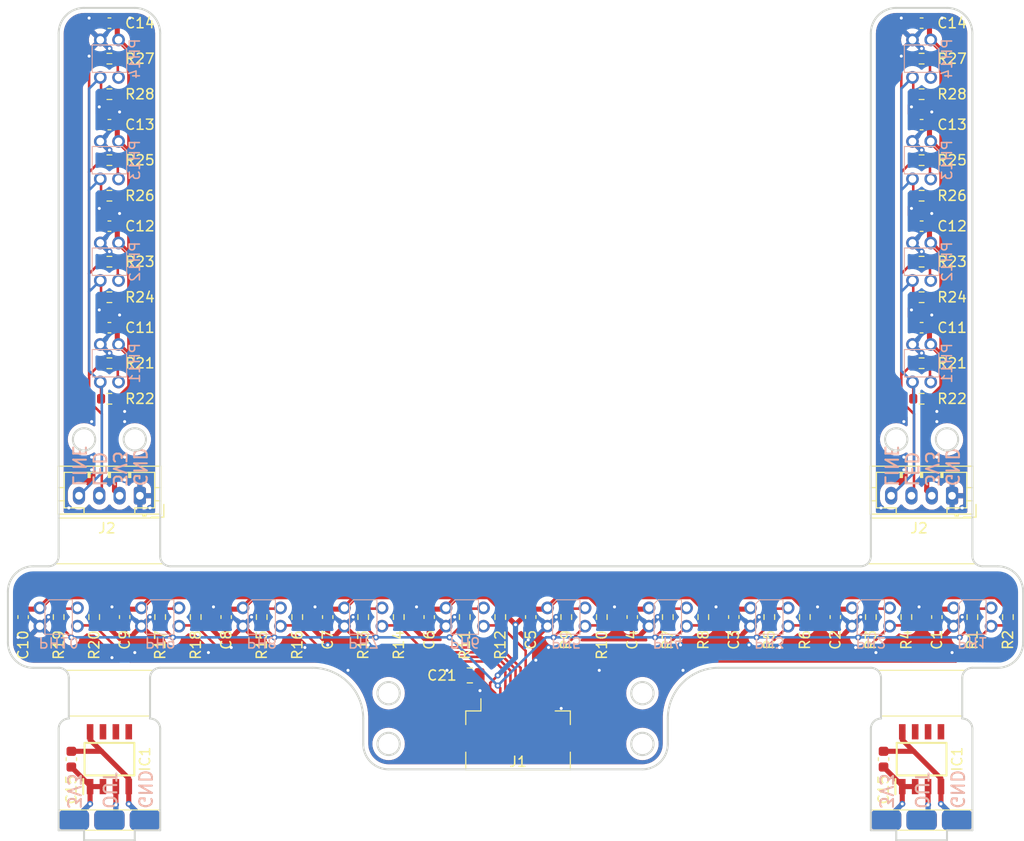
<source format=kicad_pcb>
(kicad_pcb (version 20240108) (generator "pcbnew") (generator_version "8.0")
  (layers (0 "F.Cu" signal) (31 "B.Cu" signal) (34 "B.Paste" user) (35 "F.Paste" user) (36 "B.SilkS" user "B.Silkscreen") (37 "F.SilkS" user "F.Silkscreen") (38 "B.Mask" user) (39 "F.Mask" user) (44 "Edge.Cuts" user))
  (net 0 "")
  (net 1 "+3V3")
  (net 2 "GND")
  (net 3 "LINE_3")
  (net 4 "LINE_6")
  (net 5 "LINE_5")
  (net 6 "LINE_10")
  (net 7 "LINE_8")
  (net 8 "LINE_7")
  (net 9 "LINE_9")
  (net 10 "LINE_4")
  (net 11 "Net-(PH1-K)")
  (net 12 "Net-(PH2-K)")
  (net 13 "Net-(PH3-K)")
  (net 14 "Net-(PH4-K)")
  (net 15 "Net-(PH5-K)")
  (net 16 "Net-(PH6-K)")
  (net 17 "Net-(PH7-K)")
  (net 18 "LINE_1")
  (net 19 "LED")
  (net 20 "Net-(PH8-K)")
  (net 21 "LINE_2")
  (net 22 "Net-(PH9-K)")
  (net 23 "Net-(PH10-K)")
  (net 24 "Net-(PH11-K)")
  (net 25 "Net-(PH12-K)")
  (net 26 "Net-(PH13-K)")
  (net 27 "Net-(PH14-K)")
  (net 28 "LINE")
  (net 29 "Net-(IC1-OUT)")
  (footprint "Resistor_SMD:R_0603_1608Metric" (layer "F.Cu") (at 125 95 90)
    (property "Reference" "R15")
    (property "Value" "100")
  )
  (footprint "Resistor_SMD:R_0603_1608Metric" (layer "F.Cu") (at 110 60)
    (property "Reference" "R23")
    (property "Value" "100")
  )
  (footprint "Resistor_SMD:R_0603_1608Metric" (layer "F.Cu") (at 145 95 90)
    (property "Reference" "R11")
    (property "Value" "100")
  )
  (footprint "Resistor_SMD:R_0603_1608Metric" (layer "F.Cu") (at 110 43.5 180)
    (property "Reference" "R28")
    (property "Value" "10k")
  )
  (footprint "Resistor_SMD:R_0603_1608Metric" (layer "F.Cu") (at 105 95 90)
    (property "Reference" "R19")
    (property "Value" "100")
  )
  (footprint "Capacitor_SMD:C_0603_1608Metric" (layer "F.Cu") (at 110 56.5 180)
    (property "Reference" "C12")
    (property "Value" "0.1f")
  )
  (footprint "Resistor_SMD:R_0603_1608Metric" (layer "F.Cu") (at 190 63.5 180)
    (property "Reference" "R24")
    (property "Value" "10k")
  )
  (footprint "Resistor_SMD:R_0603_1608Metric" (layer "F.Cu") (at 115 95 90)
    (property "Reference" "R17")
    (property "Value" "100")
  )
  (footprint "Resistor_SMD:R_0603_1608Metric" (layer "F.Cu") (at 190 53.5 180)
    (property "Reference" "R26")
    (property "Value" "10k")
  )
  (footprint "Resistor_SMD:R_0603_1608Metric" (layer "F.Cu") (at 190 50)
    (property "Reference" "R25")
    (property "Value" "100")
  )
  (footprint "Capacitor_SMD:C_0603_1608Metric" (layer "F.Cu") (at 161.5 95 -90)
    (property "Reference" "C4")
    (property "Value" "0.1f")
  )
  (footprint "Resistor_SMD:R_0603_1608Metric" (layer "F.Cu") (at 190 70)
    (property "Reference" "R21")
    (property "Value" "100")
  )
  (footprint "Resistor_SMD:R_0603_1608Metric" (layer "F.Cu") (at 195 95 90)
    (property "Reference" "R1")
    (property "Value" "100")
  )
  (footprint "Capacitor_SMD:C_0603_1608Metric" (layer "F.Cu") (at 190 36.5 180)
    (property "Reference" "C14")
    (property "Value" "0.1f")
  )
  (footprint "Resistor_SMD:R_0603_1608Metric" (layer "F.Cu") (at 110 53.5 180)
    (property "Reference" "R26")
    (property "Value" "10k")
  )
  (footprint "Resistor_SMD:R_0603_1608Metric" (layer "F.Cu") (at 185 95 90)
    (property "Reference" "R3")
    (property "Value" "100")
  )
  (footprint "Connector_JST:JST_PH_B4B-PH-K_1x04_P2.00mm_Vertical" (layer "F.Cu") (at 193 83.05 180)
    (property "Reference" "J2")
    (property "Value" "Conn_01x04")
  )
  (footprint "Capacitor_SMD:C_0603_1608Metric" (layer "F.Cu") (at 110 46.5 180)
    (property "Reference" "C13")
    (property "Value" "0.1f")
  )
  (footprint "Capacitor_SMD:C_0603_1608Metric" (layer "F.Cu") (at 110 66.5 180)
    (property "Reference" "C11")
    (property "Value" "0.1f")
  )
  (footprint "Resistor_SMD:R_0603_1608Metric" (layer "F.Cu") (at 110 73.5 180)
    (property "Reference" "R22")
    (property "Value" "10k")
  )
  (footprint "Capacitor_SMD:C_0603_1608Metric" (layer "F.Cu") (at 110 36.5 180)
    (property "Reference" "C14")
    (property "Value" "0.1f")
  )
  (footprint "Capacitor_SMD:C_0603_1608Metric" (layer "F.Cu") (at 131.5 95 -90)
    (property "Reference" "C7")
    (property "Value" "0.1f")
  )
  (footprint "Capacitor_SMD:C_0603_1608Metric" (layer "F.Cu") (at 101.5 95 -90)
    (property "Reference" "C10")
    (property "Value" "0.1f")
  )
  (footprint "Resistor_SMD:R_0603_1608Metric" (layer "F.Cu") (at 118.5 95 -90)
    (property "Reference" "R18")
    (property "Value" "10k")
  )
  (footprint "Resistor_SMD:R_0603_1608Metric" (layer "F.Cu") (at 108.5 95 -90)
    (property "Reference" "R20")
    (property "Value" "10k")
  )
  (footprint "Capacitor_SMD:C_0603_1608Metric" (layer "F.Cu") (at 106.25 109 90)
    (property "Reference" "C15")
    (property "Value" "0.1f")
  )
  (footprint "Resistor_SMD:R_0603_1608Metric" (layer "F.Cu") (at 168.5 95 -90)
    (property "Reference" "R8")
    (property "Value" "10k")
  )
  (footprint "Resistor_SMD:R_0603_1608Metric" (layer "F.Cu") (at 188.5 95 -90)
    (property "Reference" "R4")
    (property "Value" "10k")
  )
  (footprint "Resistor_SMD:R_0603_1608Metric" (layer "F.Cu") (at 175 95 90)
    (property "Reference" "R5")
    (property "Value" "100")
  )
  (footprint "Resistor_SMD:R_0603_1608Metric" (layer "F.Cu") (at 135 95 90)
    (property "Reference" "R13")
    (property "Value" "100")
  )
  (footprint "Capacitor_SMD:C_0603_1608Metric" (layer "F.Cu") (at 181.5 95 -90)
    (property "Reference" "C2")
    (property "Value" "0.1f")
  )
  (footprint "Resistor_SMD:R_0603_1608Metric" (layer "F.Cu") (at 110 50)
    (property "Reference" "R25")
    (property "Value" "100")
  )
  (footprint "Connector_FFC-FPC:Hirose_FH12-14S-0.5SH_1x14-1MP_P0.50mm_Horizontal" (layer "F.Cu") (at 150.250001 105.55)
    (property "Reference" "J1")
    (property "Value" "Conn_01x14")
  )
  (footprint "Resistor_SMD:R_0603_1608Metric" (layer "F.Cu") (at 138.5 95 -90)
    (property "Reference" "R14")
    (property "Value" "10k")
  )
  (footprint "Capacitor_SMD:C_0603_1608Metric" (layer "F.Cu") (at 151.5 95 -90)
    (property "Reference" "C5")
    (property "Value" "0.1f")
  )
  (footprint "Resistor_SMD:R_0603_1608Metric" (layer "F.Cu") (at 158.5 95 -90)
    (property "Reference" "R10")
    (property "Value" "10k")
  )
  (footprint "Capacitor_SMD:C_0603_1608Metric" (layer "F.Cu") (at 190 66.5 180)
    (property "Reference" "C11")
    (property "Value" "0.1f")
  )
  (footprint "Resistor_SMD:R_0603_1608Metric" (layer "F.Cu") (at 110 63.5 180)
    (property "Reference" "R24")
    (property "Value" "10k")
  )
  (footprint "Capacitor_SMD:C_0603_1608Metric" (layer "F.Cu") (at 190 56.5 180)
    (property "Reference" "C12")
    (property "Value" "0.1f")
  )
  (footprint "Capacitor_SMD:C_0603_1608Metric" (layer "F.Cu") (at 191.5 95 -90)
    (property "Reference" "C1")
    (property "Value" "0.1f")
  )
  (footprint "AS5600-ASOT:SOIC127P600X175-8N" (layer "F.Cu") (at 190 109 90)
    (property "Reference" "IC1")
    (property "Value" "AS5600-ASOT")
  )
  (footprint "Resistor_SMD:R_0603_1608Metric" (layer "F.Cu") (at 190 60)
    (property "Reference" "R23")
    (property "Value" "100")
  )
  (footprint "Resistor_SMD:R_0603_1608Metric" (layer "F.Cu") (at 110 40)
    (property "Reference" "R27")
    (property "Value" "100")
  )
  (footprint "Resistor_SMD:R_0603_1608Metric" (layer "F.Cu") (at 165 95 90)
    (property "Reference" "R7")
    (property "Value" "100")
  )
  (footprint "Library:encoder" (layer "F.Cu") (at 110 114 180)
    (property "Reference" "U1" (hide yes))
    (property "Value" "encoder")
  )
  (footprint "Resistor_SMD:R_0603_1608Metric" (layer "F.Cu") (at 190 40)
    (property "Reference" "R27")
    (property "Value" "100")
  )
  (footprint "Library:encoder" (layer "F.Cu") (at 190 114 180)
    (property "Reference" "U1" (hide yes))
    (property "Value" "encoder")
  )
  (footprint "Capacitor_SMD:C_0603_1608Metric" (layer "F.Cu") (at 141.5 95 -90)
    (property "Reference" "C6")
    (property "Value" "0.1f")
  )
  (footprint "Connector_JST:JST_PH_B4B-PH-K_1x04_P2.00mm_Vertical" (layer "F.Cu") (at 113 83.05 180)
    (property "Reference" "J2")
    (property "Value" "Conn_01x04")
  )
  (footprint "AS5600-ASOT:SOIC127P600X175-8N" (layer "F.Cu") (at 110 109 90)
    (property "Reference" "IC1")
    (property "Value" "AS5600-ASOT")
  )
  (footprint "Capacitor_SMD:C_0603_1608Metric" (layer "F.Cu") (at 121.5 95 -90)
    (property "Reference" "C8")
    (property "Value" "0.1f")
  )
  (footprint "Resistor_SMD:R_0603_1608Metric" (layer "F.Cu") (at 128.5 95 -90)
    (property "Reference" "R16")
    (property "Value" "10k")
  )
  (footprint "Capacitor_SMD:C_0805_2012Metric" (layer "F.Cu") (at 145.5 100.75 180)
    (property "Reference" "C21")
    (property "Value" "0.1f")
  )
  (footprint "Resistor_SMD:R_0603_1608Metric" (layer "F.Cu") (at 190 43.5 180)
    (property "Reference" "R28")
    (property "Value" "10k")
  )
  (footprint "Resistor_SMD:R_0603_1608Metric" (layer "F.Cu") (at 148.5 95 -90)
    (property "Reference" "R12")
    (property "Value" "10k")
  )
  (footprint "Capacitor_SMD:C_0603_1608Metric" (layer "F.Cu") (at 111.5 95 -90)
    (property "Reference" "C9")
    (property "Value" "0.1f")
  )
  (footprint "Resistor_SMD:R_0603_1608Metric" (layer "F.Cu") (at 178.5 95 -90)
    (property "Reference" "R6")
    (property "Value" "10k")
  )
  (footprint "Capacitor_SMD:C_0603_1608Metric" (layer "F.Cu") (at 190 46.5 180)
    (property "Reference" "C13")
    (property "Value" "0.1f")
  )
  (footprint "Resistor_SMD:R_0603_1608Metric" (layer "F.Cu") (at 190 73.5 180)
    (property "Reference" "R22")
    (property "Value" "10k")
  )
  (footprint "Resistor_SMD:R_0603_1608Metric" (layer "F.Cu") (at 198.5 95 -90)
    (property "Reference" "R2")
    (property "Value" "10k")
  )
  (footprint "Resistor_SMD:R_0603_1608Metric" (layer "F.Cu") (at 110 70)
    (property "Reference" "R21")
    (property "Value" "100")
  )
  (footprint "Capacitor_SMD:C_0603_1608Metric" (layer "F.Cu") (at 171.5 95 -90)
    (property "Reference" "C3")
    (property "Value" "0.1f")
  )
  (footprint "Capacitor_SMD:C_0603_1608Metric" (layer "F.Cu") (at 186.25 109 90)
    (property "Reference" "C15")
    (property "Value" "0.1f")
  )
  (footprint "Resistor_SMD:R_0603_1608Metric" (layer "F.Cu") (at 155 95 90)
    (property "Reference" "R9")
    (property "Value" "100")
  )
  (footprint "photo:LBR-123F" (layer "B.Cu") (at 110 60 -90)
    (property "Reference" "PH12")
    (property "Value" "LBR-123F")
  )
  (footprint "photo:LBR-123F" (layer "B.Cu") (at 145 95)
    (property "Reference" "PH6")
    (property "Value" "LBR-123F")
  )
  (footprint "photo:LBR-123F" (layer "B.Cu") (at 190 60 -90)
    (property "Reference" "PH12")
    (property "Value" "LBR-123F")
  )
  (footprint "photo:LBR-123F" (layer "B.Cu") (at 110 70 -90)
    (property "Reference" "PH11")
    (property "Value" "LBR-123F")
  )
  (footprint "photo:LBR-123F" (layer "B.Cu") (at 110 40 -90)
    (property "Reference" "PH14")
    (property "Value" "LBR-123F")
  )
  (footprint "photo:LBR-123F" (layer "B.Cu") (at 190 40 -90)
    (property "Reference" "PH14")
    (property "Value" "LBR-123F")
  )
  (footprint "photo:LBR-123F" (layer "B.Cu") (at 135 95)
    (property "Reference" "PH7")
    (property "Value" "LBR-123F")
  )
  (footprint "photo:LBR-123F" (layer "B.Cu") (at 165 95)
    (property "Reference" "PH4")
    (property "Value" "LBR-123F")
  )
  (footprint "photo:LBR-123F" (layer "B.Cu") (at 155 95)
    (property "Reference" "PH5")
    (property "Value" "LBR-123F")
  )
  (footprint "photo:LBR-123F" (layer "B.Cu") (at 190 50 -90)
    (property "Reference" "PH13")
    (property "Value" "LBR-123F")
  )
  (footprint "photo:LBR-123F" (layer "B.Cu") (at 125 95)
    (property "Reference" "PH8")
    (property "Value" "LBR-123F")
  )
  (footprint "photo:LBR-123F" (layer "B.Cu") (at 175 95)
    (property "Reference" "PH3")
    (property "Value" "LBR-123F")
  )
  (footprint "photo:LBR-123F" (layer "B.Cu") (at 115 95)
    (property "Reference" "PH9")
    (property "Value" "LBR-123F")
  )
  (footprint "photo:LBR-123F" (layer "B.Cu") (at 105 95)
    (property "Reference" "PH10")
    (property "Value" "LBR-123F")
  )
  (footprint "photo:LBR-123F" (layer "B.Cu") (at 190 70 -90)
    (property "Reference" "PH11")
    (property "Value" "LBR-123F")
  )
  (footprint "photo:LBR-123F" (layer "B.Cu") (at 110 50 -90)
    (property "Reference" "PH13")
    (property "Value" "LBR-123F")
  )
  (footprint "photo:LBR-123F" (layer "B.Cu") (at 195 95)
    (property "Reference" "PH1")
    (property "Value" "LBR-123F")
  )
  (footprint "photo:LBR-123F" (layer "B.Cu") (at 185 95)
    (property "Reference" "PH2")
    (property "Value" "LBR-123F")
  )
  (gr_line (start 114.000001 104.75) (end 106.000001 104.75) (stroke (width 0.1)) (layer "F.SilkS"))
  (gr_line (start 194.250001 100.25) (end 185.750001 100.25) (stroke (width 0.1)) (layer "F.SilkS"))
  (gr_line (start 115.25 89.75) (end 104.75 89.75) (stroke (width 0.1)) (layer "F.SilkS"))
  (gr_line (start 195.25 89.75) (end 184.75 89.75) (stroke (width 0.1)) (layer "F.SilkS"))
  (gr_line (start 114.250001 100.25) (end 105.750001 100.25) (stroke (width 0.1)) (layer "F.SilkS"))
  (gr_line (start 105 85.25) (end 115 85.25) (stroke (width 0.1)) (layer "F.SilkS"))
  (gr_line (start 194.000001 104.75) (end 186.000001 104.75) (stroke (width 0.1)) (layer "F.SilkS"))
  (gr_line (start 195 85.25) (end 185 85.25) (stroke (width 0.1)) (layer "F.SilkS"))
  (gr_line (start 170 99.999999) (end 184.999997 99.999999) (stroke (width 0.2)) (layer "Edge.Cuts"))
  (gr_circle (center 192.5 77.499999) (end 191.4 77.499999) (stroke (width 0.2)) (fill none) (layer "Edge.Cuts"))
  (gr_arc (start 112.5 34.999999) (mid 114.267766 35.732232) (end 115 37.499999) (stroke (width 0.2)) (layer "Edge.Cuts"))
  (gr_line (start 195 115.999999) (end 195 105.999998) (stroke (width 0.2)) (layer "Edge.Cuts"))
  (gr_circle (center 187.5 77.499999) (end 186.4 77.499999) (stroke (width 0.2)) (fill none) (layer "Edge.Cuts"))
  (gr_line (start 102.5 99.999999) (end 105 99.999999) (stroke (width 0.2)) (layer "Edge.Cuts"))
  (gr_line (start 115 88.999999) (end 115 37.499999) (stroke (width 0.2)) (layer "Edge.Cuts"))
  (gr_line (start 112.5 116.999999) (end 112.5 115.999999) (stroke (width 0.2)) (layer "Edge.Cuts"))
  (gr_arc (start 105 37.499999) (mid 105.732233 35.732232) (end 107.5 34.999999) (stroke (width 0.2)) (layer "Edge.Cuts"))
  (gr_arc (start 165 104.999998) (mid 166.464467 101.464465) (end 170 99.999999) (stroke (width 0.2)) (layer "Edge.Cuts"))
  (gr_circle (center 137.5 102.499999) (end 136.4 102.499999) (stroke (width 0.2)) (fill none) (layer "Edge.Cuts"))
  (gr_arc (start 195.999999 89.999999) (mid 195.292893 89.707106) (end 195 89) (stroke (width 0.2)) (layer "Edge.Cuts"))
  (gr_line (start 187.5 115.999999) (end 187.5 116.999999) (stroke (width 0.2)) (layer "Edge.Cuts"))
  (gr_line (start 107.5 116.999999) (end 112.5 116.999999) (stroke (width 0.2)) (layer "Edge.Cuts"))
  (gr_arc (start 185 105.999997) (mid 185.292894 105.292892) (end 186 104.999999) (stroke (width 0.2)) (layer "Edge.Cuts"))
  (gr_line (start 165 107.499999) (end 165 104.999998) (stroke (width 0.2)) (layer "Edge.Cuts"))
  (gr_line (start 197.500001 89.999999) (end 195.999999 89.999999) (stroke (width 0.2)) (layer "Edge.Cuts"))
  (gr_line (start 112.5 115.999999) (end 115 115.999999) (stroke (width 0.2)) (layer "Edge.Cuts"))
  (gr_arc (start 130 99.999999) (mid 133.535533 101.464465) (end 135 104.999999) (stroke (width 0.2)) (layer "Edge.Cuts"))
  (gr_circle (center 162.5 102.499999) (end 161.4 102.499999) (stroke (width 0.2)) (fill none) (layer "Edge.Cuts"))
  (gr_line (start 114 105) (end 113.999999 100.999999) (stroke (width 0.2)) (layer "Edge.Cuts"))
  (gr_line (start 112.5 34.999999) (end 107.5 34.999999) (stroke (width 0.2)) (layer "Edge.Cuts"))
  (gr_arc (start 105 99.999999) (mid 105.707106 100.292893) (end 106 100.999999) (stroke (width 0.2)) (layer "Edge.Cuts"))
  (gr_line (start 105 105.999999) (end 105 115.999999) (stroke (width 0.2)) (layer "Edge.Cuts"))
  (gr_circle (center 107.5 77.499999) (end 106.4 77.499999) (stroke (width 0.2)) (fill none) (layer "Edge.Cuts"))
  (gr_line (start 100 92.499999) (end 100 97.499999) (stroke (width 0.2)) (layer "Edge.Cuts"))
  (gr_arc (start 137.5 109.999999) (mid 135.732232 109.267766) (end 135 107.499999) (stroke (width 0.2)) (layer "Edge.Cuts"))
  (gr_arc (start 100 92.499999) (mid 100.732233 90.732232) (end 102.5 89.999999) (stroke (width 0.2)) (layer "Edge.Cuts"))
  (gr_arc (start 184.999997 99.999999) (mid 185.707106 100.292893) (end 186.000001 101.000002) (stroke (width 0.2)) (layer "Edge.Cuts"))
  (gr_arc (start 113.999999 100.999999) (mid 114.292893 100.292892) (end 115 99.999999) (stroke (width 0.2)) (layer "Edge.Cuts"))
  (gr_arc (start 105 88.999999) (mid 104.707107 89.707106) (end 104 89.999999) (stroke (width 0.2)) (layer "Edge.Cuts"))
  (gr_line (start 115 115.999999) (end 115 105.999999) (stroke (width 0.2)) (layer "Edge.Cuts"))
  (gr_arc (start 102.5 99.999999) (mid 100.732232 99.267766) (end 100 97.499999) (stroke (width 0.2)) (layer "Edge.Cuts"))
  (gr_line (start 185 115.999999) (end 187.5 115.999999) (stroke (width 0.2)) (layer "Edge.Cuts"))
  (gr_line (start 186.000001 101.000002) (end 186 104.999999) (stroke (width 0.2)) (layer "Edge.Cuts"))
  (gr_arc (start 114 105) (mid 114.707105 105.292893) (end 115 105.999999) (stroke (width 0.2)) (layer "Edge.Cuts"))
  (gr_arc (start 197.500001 89.999999) (mid 199.267767 90.732233) (end 200 92.5) (stroke (width 0.2)) (layer "Edge.Cuts"))
  (gr_line (start 192.5 115.999999) (end 195 115.999999) (stroke (width 0.2)) (layer "Edge.Cuts"))
  (gr_circle (center 137.5 107.499999) (end 136.4 107.499999) (stroke (width 0.2)) (fill none) (layer "Edge.Cuts"))
  (gr_arc (start 105 105.999999) (mid 105.292893 105.292893) (end 106 105) (stroke (width 0.2)) (layer "Edge.Cuts"))
  (gr_line (start 106 100.999999) (end 105.999999 100.999999) (stroke (width 0.2)) (layer "Edge.Cuts"))
  (gr_line (start 107.5 115.999999) (end 107.5 116.999999) (stroke (width 0.2)) (layer "Edge.Cuts"))
  (gr_line (start 187.5 116.999999) (end 192.5 116.999999) (stroke (width 0.2)) (layer "Edge.Cuts"))
  (gr_arc (start 194.000001 100.999997) (mid 194.292894 100.292893) (end 194.999999 99.999999) (stroke (width 0.2)) (layer "Edge.Cuts"))
  (gr_arc (start 200 97.499999) (mid 199.267767 99.267766) (end 197.5 99.999999) (stroke (width 0.2)) (layer "Edge.Cuts"))
  (gr_line (start 115 99.999999) (end 130 99.999999) (stroke (width 0.2)) (layer "Edge.Cuts"))
  (gr_line (start 135 104.999999) (end 135 107.499999) (stroke (width 0.2)) (layer "Edge.Cuts"))
  (gr_line (start 105 115.999999) (end 107.5 115.999999) (stroke (width 0.2)) (layer "Edge.Cuts"))
  (gr_line (start 185 105.999997) (end 185 115.999999) (stroke (width 0.2)) (layer "Edge.Cuts"))
  (gr_arc (start 194 105.000001) (mid 194.707104 105.292894) (end 195 105.999998) (stroke (width 0.2)) (layer "Edge.Cuts"))
  (gr_circle (center 112.5 77.499999) (end 111.4 77.499999) (stroke (width 0.2)) (fill none) (layer "Edge.Cuts"))
  (gr_arc (start 185 37.499999) (mid 185.732233 35.732233) (end 187.499999 34.999999) (stroke (width 0.2)) (layer "Edge.Cuts"))
  (gr_line (start 195 89) (end 195 37.5) (stroke (width 0.2)) (layer "Edge.Cuts"))
  (gr_line (start 194.999999 99.999999) (end 197.5 99.999999) (stroke (width 0.2)) (layer "Edge.Cuts"))
  (gr_arc (start 185 89) (mid 184.707107 89.707106) (end 184.000001 89.999999) (stroke (width 0.2)) (layer "Edge.Cuts"))
  (gr_line (start 137.5 109.999999) (end 162.5 109.999999) (stroke (width 0.2)) (layer "Edge.Cuts"))
  (gr_arc (start 116 89.999999) (mid 115.292893 89.707106) (end 115 88.999999) (stroke (width 0.2)) (layer "Edge.Cuts"))
  (gr_line (start 105 37.499999) (end 105 88.999999) (stroke (width 0.2)) (layer "Edge.Cuts"))
  (gr_line (start 185 37.499999) (end 185 89) (stroke (width 0.2)) (layer "Edge.Cuts"))
  (gr_line (start 194 105.000001) (end 194.000001 100.999997) (stroke (width 0.2)) (layer "Edge.Cuts"))
  (gr_circle (center 162.5 107.499999) (end 161.4 107.499999) (stroke (width 0.2)) (fill none) (layer "Edge.Cuts"))
  (gr_line (start 192.500001 34.999999) (end 187.499999 34.999999) (stroke (width 0.2)) (layer "Edge.Cuts"))
  (gr_line (start 104 89.999999) (end 102.5 89.999999) (stroke (width 0.2)) (layer "Edge.Cuts"))
  (gr_arc (start 165 107.499999) (mid 164.267767 109.267766) (end 162.5 109.999999) (stroke (width 0.2)) (layer "Edge.Cuts"))
  (gr_line (start 200 97.499999) (end 200 92.5) (stroke (width 0.2)) (layer "Edge.Cuts"))
  (gr_arc (start 192.500001 34.999999) (mid 194.267767 35.732233) (end 195 37.5) (stroke (width 0.2)) (layer "Edge.Cuts"))
  (gr_line (start 105.999999 100.999999) (end 106 105) (stroke (width 0.2)) (layer "Edge.Cuts"))
  (gr_line (start 192.5 116.999999) (end 192.5 115.999999) (stroke (width 0.2)) (layer "Edge.Cuts"))
  (gr_line (start 184.000001 89.999999) (end 116 89.999999) (stroke (width 0.2)) (layer "Edge.Cuts"))
  (gr_text "GND" (at 193 82.25 270) (layer "B.SilkS") (effects (font (size 1.25 1.25) (thickness 0.2)) (justify left mirror)))
  (gr_text "GND" (at 113.5 114 270) (layer "B.SilkS") (effects (font (size 1.25 1.25) (thickness 0.2)) (justify left mirror)))
  (gr_text "GND" (at 193.5 114 270) (layer "B.SilkS") (effects (font (size 1.25 1.25) (thickness 0.2)) (justify left mirror)))
  (gr_text "3V3" (at 186.5 114 270) (layer "B.SilkS") (effects (font (size 1.25 1.25) (thickness 0.2)) (justify left mirror)))
  (gr_text "3V3" (at 106.5 114 270) (layer "B.SilkS") (effects (font (size 1.25 1.25) (thickness 0.2)) (justify left mirror)))
  (gr_text "3V3" (at 111 82.25 270) (layer "B.SilkS") (effects (font (size 1.25 1.25) (thickness 0.2)) (justify left mirror)))
  (gr_text "LED" (at 189 82.25 270) (layer "B.SilkS") (effects (font (size 1.25 1.25) (thickness 0.2)) (justify left mirror)))
  (gr_text "LINE" (at 107 82.25 270) (layer "B.SilkS") (effects (font (size 1.25 1.25) (thickness 0.2)) (justify left mirror)))
  (gr_text "OUT" (at 110 114 270) (layer "B.SilkS") (effects (font (size 1.25 1.25) (thickness 0.2)) (justify left mirror)))
  (gr_text "3V3" (at 191 82.25 270) (layer "B.SilkS") (effects (font (size 1.25 1.25) (thickness 0.2)) (justify left mirror)))
  (gr_text "GND" (at 113 82.25 270) (layer "B.SilkS") (effects (font (size 1.25 1.25) (thickness 0.2)) (justify left mirror)))
  (gr_text "OUT" (at 190 114 270) (layer "B.SilkS") (effects (font (size 1.25 1.25) (thickness 0.2)) (justify left mirror)))
  (gr_text "LINE" (at 187 82.25 270) (layer "B.SilkS") (effects (font (size 1.25 1.25) (thickness 0.2)) (justify left mirror)))
  (gr_text "LED" (at 109 82.25 270) (layer "B.SilkS") (effects (font (size 1.25 1.25) (thickness 0.2)) (justify left mirror)))
  (segment (start 114.25 93) (end 109.675 93) (width 0.5) (layer "F.Cu") (net 1))
  (segment (start 160.275 93) (end 161.5 94.225) (width 0.5) (layer "F.Cu") (net 1))
  (segment (start 193.025 94.225) (end 193.15 94.1) (width 0.5) (layer "F.Cu") (net 1))
  (segment (start 143.025 94.225) (end 143.15 94.1) (width 0.5) (layer "F.Cu") (net 1))
  (segment (start 189.365 111.7) (end 188.095 111.7) (width 0.5) (layer "F.Cu") (net 1))
  (segment (start 171.5 94.225) (end 173.025 94.225) (width 0.5) (layer "F.Cu") (net 1))
  (segment (start 197.325 93) (end 190.275 93) (width 0.5) (layer "F.Cu") (net 1))
  (segment (start 157.325 93) (end 160.275 93) (width 0.5) (layer "F.Cu") (net 1))
  (segment (start 192 69.25) (end 192 64.675) (width 0.5) (layer "F.Cu") (net 1))
  (segment (start 144.25 93) (end 147.325 93) (width 0.5) (layer "F.Cu") (net 1))
  (segment (start 190.775 38.025) (end 190.9 38.15) (width 0.5) (layer "F.Cu") (net 1))
  (segment (start 192 49.25) (end 192 44.675) (width 0.5) (layer "F.Cu") (net 1))
  (segment (start 143.15 94.1) (end 144.25 93) (width 0.5) (layer "F.Cu") (net 1))
  (segment (start 110.775 68.025) (end 110.9 68.15) (width 0.5) (layer "F.Cu") (net 1))
  (segment (start 110.9 58.15) (end 112 59.25) (width 0.5) (layer "F.Cu") (net 1))
  (segment (start 173.025 94.225) (end 173.15 94.1) (width 0.5) (layer "F.Cu") (net 1))
  (segment (start 191.5 94.225) (end 193.025 94.225) (width 0.5) (layer "F.Cu") (net 1))
  (segment (start 151.5 94.225) (end 153.025 94.225) (width 0.5) (layer "F.Cu") (net 1))
  (segment (start 148.25 100.75) (end 147.5 101.5) (width 0.25) (layer "F.Cu") (net 1))
  (segment (start 188.095 111.7) (end 188.095 111.62) (width 0.5) (layer "F.Cu") (net 1))
  (segment (start 112 59.25) (end 112 54.675) (width 0.5) (layer "F.Cu") (net 1))
  (segment (start 123.025 94.225) (end 123.15 94.1) (width 0.5) (layer "F.Cu") (net 1))
  (segment (start 163.025 94.225) (end 163.15 94.1) (width 0.5) (layer "F.Cu") (net 1))
  (segment (start 109.675 93) (end 108.5 94.175) (width 0.5) (layer "F.Cu") (net 1))
  (segment (start 192 72.325) (end 190.825 73.5) (width 0.5) (layer "F.Cu") (net 1))
  (segment (start 124.25 93) (end 119.675 93) (width 0.5) (layer "F.Cu") (net 1))
  (segment (start 110.775 46.5) (end 110.775 48.025) (width 0.5) (layer "F.Cu") (net 1))
  (segment (start 101.5 94.225) (end 103.025 94.225) (width 0.5) (layer "F.Cu") (net 1))
  (segment (start 123.15 94.1) (end 124.25 93) (width 0.5) (layer "F.Cu") (net 1))
  (segment (start 112 54.675) (end 110.825 53.5) (width 0.5) (layer "F.Cu") (net 1))
  (segment (start 134.25 93) (end 129.675 93) (width 0.5) (layer "F.Cu") (net 1))
  (segment (start 188.5 94.175) (end 187.325 93) (width 0.5) (layer "F.Cu") (net 1))
  (segment (start 110.5 82.55) (end 111 83.05) (width 0.5) (layer "F.Cu") (net 1))
  (segment (start 110.5 73.825) (end 110.5 82.55) (width 0.5) (layer "F.Cu") (net 1))
  (segment (start 133.15 94.1) (end 134.25 93) (width 0.5) (layer "F.Cu") (net 1))
  (segment (start 151.5 94.25) (end 151.5 94.225) (width 0.5) (layer "F.Cu") (net 1))
  (segment (start 190.775 66.5) (end 190.775 68.025) (width 0.5) (layer "F.Cu") (net 1))
  (segment (start 110.9 48.15) (end 112 49.25) (width 0.5) (layer "F.Cu") (net 1))
  (segment (start 146.45 100.95) (end 146.45 100.75) (width 0.25) (layer "F.Cu") (net 1))
  (segment (start 108.095 111.7) (end 108.095 111.62) (width 0.5) (layer "F.Cu") (net 1))
  (segment (start 150 95.75) (end 148.5 94.25) (width 0.5) (layer "F.Cu") (net 1))
  (segment (start 108.095 111.62) (end 106.25 109.775) (width 0.5) (layer "F.Cu") (net 1))
  (segment (start 124.25 93) (end 129.675 93) (width 0.5) (layer "F.Cu") (net 1))
  (segment (start 112 49.25) (end 112 44.675) (width 0.5) (layer "F.Cu") (net 1))
  (segment (start 103.025 94.225) (end 103.15 94.1) (width 0.5) (layer "F.Cu") (net 1))
  (segment (start 190.775 36.5) (end 190.775 38.025) (width 0.5) (layer "F.Cu") (net 1))
  (segment (start 190.5 82.55) (end 191 83.05) (width 0.5) (layer "F.Cu") (net 1))
  (segment (start 148.5 94.25) (end 148.5 94.175) (width 0.5) (layer "F.Cu") (net 1))
  (segment (start 147.325 93) (end 148.5 94.175) (width 0.5) (layer "F.Cu") (net 1))
  (segment (start 110.775 48.025) (end 110.9 48.15) (width 0.5) (layer "F.Cu") (net 1))
  (segment (start 177.325 93) (end 180.275 93) (width 0.5) (layer "F.Cu") (net 1))
  (segment (start 108.095 113.405) (end 106.5 115) (width 0.5) (layer "F.Cu") (net 1))
  (segment (start 121.5 94.225) (end 123.025 94.225) (width 0.5) (layer "F.Cu") (net 1))
  (segment (start 190.9 68.15) (end 192 69.25) (width 0.5) (layer "F.Cu") (net 1))
  (segment (start 190.9 58.15) (end 192 59.25) (width 0.5) (layer "F.Cu") (net 1))
  (segment (start 112 39.25) (end 112 44.675) (width 0.5) (layer "F.Cu") (net 1))
  (segment (start 110.775 38.025) (end 110.9 38.15) (width 0.5) (layer "F.Cu") (net 1))
  (segment (start 150 95.75) (end 151.5 94.25) (width 0.5) (layer "F.Cu") (net 1))
  (segment (start 190.9 48.15) (end 192 49.25) (width 0.5) (layer "F.Cu") (net 1))
  (segment (start 110.775 58.025) (end 110.9 58.15) (width 0.5) (layer "F.Cu") (net 1))
  (segment (start 110.775 56.5) (end 110.775 58.025) (width 0.5) (layer "F.Cu") (net 1))
  (segment (start 108.095 111.7) (end 108.095 113.405) (width 0.5) (layer "F.Cu") (net 1))
  (segment (start 177.325 93) (end 170.275 93) (width 0.5) (layer "F.Cu") (net 1))
  (segment (start 148.000001 102.500001) (end 148.000001 103.7) (width 0.25) (layer "F.Cu") (net 1))
  (segment (start 192 54.675) (end 190.825 53.5) (width 0.5) (layer "F.Cu") (net 1))
  (segment (start 112 64.675) (end 110.825 63.5) (width 0.5) (layer "F.Cu") (net 1))
  (segment (start 157.325 93) (end 154.25 93) (width 0.5) (layer "F.Cu") (net 1))
  (segment (start 114.25 93) (end 119.675 93) (width 0.5) (layer "F.Cu") (net 1))
  (segment (start 188.095 113.405) (end 186.5 115) (width 0.5) (layer "F.Cu") (net 1))
  (segment (start 113.15 94.1) (end 114.25 93) (width 0.5) (layer "F.Cu") (net 1))
  (segment (start 147.5 101.5) (end 147.5 102) (width 0.25) (layer "F.Cu") (net 1))
  (segment (start 112 59.25) (end 112 64.675) (width 0.5) (layer "F.Cu") (net 1))
  (segment (start 112 44.675) (end 110.825 43.5) (width 0.5) (layer "F.Cu") (net 1))
  (segment (start 178.5 94.175) (end 177.325 93) (width 0.5) (layer "F.Cu") (net 1))
  (segment (start 158.5 94.175) (end 157.325 93) (width 0.5) (layer "F.Cu") (net 1))
  (segment (start 180.275 93) (end 181.5 94.225) (width 0.5) (layer "F.Cu") (net 1))
  (segment (start 154.25 93) (end 153.15 94.1) (width 0.5) (layer "F.Cu") (net 1))
  (segment (start 187.325 93) (end 190.275 93) (width 0.5) (layer "F.Cu") (net 1))
  (segment (start 112 49.25) (end 112 54.675) (width 0.5) (layer "F.Cu") (net 1))
  (segment (start 161.5 94.225) (end 163.025 94.225) (width 0.5) (layer "F.Cu") (net 1))
  (segment (start 190.775 48.025) (end 190.9 48.15) (width 0.5) (layer "F.Cu") (net 1))
  (segment (start 187.325 93) (end 180.275 93) (width 0.5) (layer "F.Cu") (net 1))
  (segment (start 192 59.25) (end 192 64.675) (width 0.5) (layer "F.Cu") (net 1))
  (segment (start 192 59.25) (end 192 54.675) (width 0.5) (layer "F.Cu") (net 1))
  (segment (start 168.5 94.175) (end 167.325 93) (width 0.5) (layer "F.Cu") (net 1))
  (segment (start 112 72.325) (end 110.825 73.5) (width 0.5) (layer "F.Cu") (net 1))
  (segment (start 139.675 93) (end 138.5 94.175) (width 0.5) (layer "F.Cu") (net 1))
  (segment (start 119.675 93) (end 118.5 94.175) (width 0.5) (layer "F.Cu") (net 1))
  (segment (start 147.5 102) (end 148.000001 102.500001) (width 0.25) (layer "F.Cu") (net 1))
  (segment (start 181.5 94.225) (end 183.025 94.225) (width 0.5) (layer "F.Cu") (net 1))
  (segment (start 192 44.675) (end 190.825 43.5) (width 0.5) (layer "F.Cu") (net 1))
  (segment (start 144.25 93) (end 139.675 93) (width 0.5) (layer "F.Cu") (net 1))
  (segment (start 183.025 94.225) (end 183.15 94.1) (width 0.5) (layer "F.Cu") (net 1))
  (segment (start 190.275 93) (end 191.5 94.225) (width 0.5) (layer "F.Cu") (net 1))
  (segment (start 190.775 68.025) (end 190.9 68.15) (width 0.5) (layer "F.Cu") (net 1))
  (segment (start 190.775 46.5) (end 190.775 48.025) (width 0.5) (layer "F.Cu") (net 1))
  (segment (start 192 39.25) (end 192 44.675) (width 0.5) (layer "F.Cu") (net 1))
  (segment (start 131.5 94.225) (end 133.025 94.225) (width 0.5) (layer "F.Cu") (net 1))
  (segment (start 188.095 111.7) (end 188.095 113.405) (width 0.5) (layer "F.Cu") (net 1))
  (segment (start 190.775 58.025) (end 190.9 58.15) (width 0.5) (layer "F.Cu") (net 1))
  (segment (start 113.025 94.225) (end 113.15 94.1) (width 0.5) (layer "F.Cu") (net 1))
  (segment (start 198.5 94.175) (end 197.325 93) (width 0.5) (layer "F.Cu") (net 1))
  (segment (start 192 49.25) (end 192 54.675) (width 0.5) (layer "F.Cu") (net 1))
  (segment (start 104.25 93) (end 109.675 93) (width 0.5) (layer "F.Cu") (net 1))
  (segment (start 192 69.25) (end 192 72.325) (width 0.5) (layer "F.Cu") (net 1))
  (segment (start 112 69.25) (end 112 64.675) (width 0.5) (layer "F.Cu") (net 1))
  (segment (start 190.775 56.5) (end 190.775 58.025) (width 0.5) (layer "F.Cu") (net 1))
  (segment (start 134.25 93) (end 139.675 93) (width 0.5) (layer "F.Cu") (net 1))
  (segment (start 153.025 94.225) (end 153.15 94.1) (width 0.5) (layer "F.Cu") (net 1))
  (segment (start 167.325 93) (end 170.275 93) (width 0.5) (layer "F.Cu") (net 1))
  (segment (start 112 69.25) (end 112 72.325) (width 0.5) (layer "F.Cu") (net 1))
  (segment (start 170.275 93) (end 171.5 94.225) (width 0.5) (layer "F.Cu") (net 1))
  (segment (start 190.5 73.825) (end 190.5 82.55) (width 0.5) (layer "F.Cu") (net 1))
  (segment (start 141.5 94.225) (end 143.025 94.225) (width 0.5) (layer "F.Cu") (net 1))
  (segment (start 167.325 93) (end 160.275 93) (width 0.5) (layer "F.Cu") (net 1))
  (segment (start 192 64.675) (end 190.825 63.5) (width 0.5) (layer "F.Cu") (net 1))
  (segment (start 147.5 102) (end 146.45 100.95) (width 0.25) (layer "F.Cu") (net 1))
  (segment (start 188.095 111.62) (end 186.25 109.775) (width 0.5) (layer "F.Cu") (net 1))
  (segment (start 110.9 38.15) (end 112 39.25) (width 0.5) (layer "F.Cu") (net 1))
  (segment (start 109.365 111.7) (end 108.095 111.7) (width 0.5) (layer "F.Cu") (net 1))
  (segment (start 110.775 66.5) (end 110.775 68.025) (width 0.5) (layer "F.Cu") (net 1))
  (segment (start 110.775 36.5) (end 110.775 38.025) (width 0.5) (layer "F.Cu") (net 1))
  (segment (start 129.675 93) (end 128.5 94.175) (width 0.5) (layer "F.Cu") (net 1))
  (segment (start 111.5 94.225) (end 113.025 94.225) (width 0.5) (layer "F.Cu") (net 1))
  (segment (start 133.025 94.225) (end 133.15 94.1) (width 0.5) (layer "F.Cu") (net 1))
  (segment (start 190.9 38.15) (end 192 39.25) (width 0.5) (layer "F.Cu") (net 1))
  (segment (start 110.9 68.15) (end 112 69.25) (width 0.5) (layer "F.Cu") (net 1))
  (segment (start 103.15 94.1) (end 104.25 93) (width 0.5) (layer "F.Cu") (net 1))
  (via (at 150 95.75) (size 0.6) (drill 0.3) (layers "F.Cu" "B.Cu") (net 1))
  (via (at 188.095 113.405) (size 0.6) (drill 0.3) (layers "F.Cu" "B.Cu") (net 1))
  (via (at 108.095 113.405) (size 0.6) (drill 0.3) (layers "F.Cu" "B.Cu") (net 1))
  (via (at 148.25 100.75) (size 0.6) (drill 0.3) (layers "F.Cu" "B.Cu") (net 1))
  (segment (start 108.095 113.405) (end 106.5 115) (width 0.5) (layer "B.Cu") (net 1))
  (segment (start 150 99) (end 148.25 100.75) (width 0.5) (layer "B.Cu") (net 1))
  (segment (start 150 95.75) (end 150 99) (width 0.5) (layer "B.Cu") (net 1))
  (segment (start 188.095 113.405) (end 186.5 115) (width 0.5) (layer "B.Cu") (net 1))
  (segment (start 111.905 111.7) (end 111.905 113.405) (width 0.5) (layer "F.Cu") (net 2))
  (segment (start 186.25 108.225) (end 189.225 108.225) (width 0.5) (layer "F.Cu") (net 2))
  (segment (start 147.000001 103.7) (end 147.000001 102.750001) (width 0.25) (layer "F.Cu") (net 2))
  (segment (start 106.25 108.225) (end 109.225 108.225) (width 0.5) (layer "F.Cu") (net 2))
  (segment (start 109.25 108.25) (end 108.095 107.095) (width 0.5) (layer "F.Cu") (net 2))
  (segment (start 101.5 95.775) (end 101.5 96.5) (width 0.25) (layer "F.Cu") (net 2))
  (segment (start 191.905 111.7) (end 191.905 110.905) (width 0.5) (layer "F.Cu") (net 2))
  (segment (start 191.905 110.905) (end 189.25 108.25) (width 0.5) (layer "F.Cu") (net 2))
  (segment (start 189.25 108.25) (end 188.095 107.095) (width 0.5) (layer "F.Cu") (net 2))
  (segment (start 109.225 108.225) (end 109.25 108.25) (width 0.5) (layer "F.Cu") (net 2))
  (segment (start 111.905 113.405) (end 113.5 115) (width 0.5) (layer "F.Cu") (net 2))
  (segment (start 111.905 111.7) (end 111.905 110.905) (width 0.5) (layer "F.Cu") (net 2))
  (segment (start 147.000001 102.750001) (end 146.5 102.25) (width 0.25) (layer "F.Cu") (net 2))
  (segment (start 188.095 107.095) (end 188.095 106.3) (width 0.5) (layer "F.Cu") (net 2))
  (segment (start 147.500001 103.7) (end 147.000001 103.7) (width 0.25) (layer "F.Cu") (net 2))
  (segment (start 191.905 113.405) (end 193.5 115) (width 0.5) (layer "F.Cu") (net 2))
  (segment (start 111.905 110.905) (end 109.25 108.25) (width 0.5) (layer "F.Cu") (net 2))
  (segment (start 101.5 96.5) (end 101 97) (width 0.25) (layer "F.Cu") (net 2))
  (segment (start 108.095 107.095) (end 108.095 106.3) (width 0.5) (layer "F.Cu") (net 2))
  (segment (start 191.905 111.7) (end 191.905 113.405) (width 0.5) (layer "F.Cu") (net 2))
  (segment (start 189.225 108.225) (end 189.25 108.25) (width 0.5) (layer "F.Cu") (net 2))
  (via (at 146.5 102.25) (size 0.6) (drill 0.3) (layers "F.Cu" "B.Cu") (net 2))
  (via (at 185.5 98.5) (size 0.6) (drill 0.3) (layers "F.Cu" "B.Cu") (net 2))
  (via (at 166.25 97.75) (size 0.6) (drill 0.3) (layers "F.Cu" "B.Cu") (net 2))
  (via (at 114 84.25) (size 0.6) (drill 0.3) (layers "F.Cu" "B.Cu") (net 2))
  (via (at 194 84.25) (size 0.6) (drill 0.3) (layers "F.Cu" "B.Cu") (net 2))
  (via (at 108.25 75.75) (size 0.6) (drill 0.3) (layers "F.Cu" "B.Cu") (net 2))
  (via (at 112.5 98.5) (size 0.6) (drill 0.3) (layers "F.Cu" "B.Cu") (net 2))
  (via (at 122 98) (size 0.6) (drill 0.3) (layers "F.Cu" "B.Cu") (net 2))
  (via (at 158.25 100.25) (size 0.6) (drill 0.3) (layers "F.Cu" "B.Cu") (net 2))
  (via (at 191.5 81.5) (size 0.6) (drill 0.3) (layers "F.Cu" "B.Cu") (net 2))
  (via (at 111 55.25) (size 0.6) (drill 0.3) (layers "F.Cu" "B.Cu") (net 2))
  (via (at 101 97) (size 0.6) (drill 0.3) (layers "F.Cu" "B.Cu") (net 2))
  (via (at 111.5 75.75) (size 0.6) (drill 0.3) (layers "F.Cu" "B.Cu") (net 2))
  (via (at 110.25 99) (size 0.6) (drill 0.3) (layers "F.Cu" "B.Cu") (net 2))
  (via (at 188 36) (size 0.6) (drill 0.3) (layers "F.Cu" "B.Cu") (net 2))
  (via (at 183.5 98) (size 0.6) (drill 0.3) (layers "F.Cu" "B.Cu") (net 2))
  (via (at 110 49) (size 0.6) (drill 0.3) (layers "F.Cu" "B.Cu") (net 2))
  (via (at 111.5 74.75) (size 0.6) (drill 0.3) (layers "F.Cu" "B.Cu") (net 2))
  (via (at 189 64.75) (size 0.6) (drill 0.3) (layers "F.Cu" "B.Cu") (net 2))
  (via (at 159.75 94) (size 0.6) (drill 0.3) (layers "F.Cu" "B.Cu") (net 2))
  (via (at 188.25 80.5) (size 0.6) (drill 0.3) (layers "F.Cu" "B.Cu") (net 2))
  (via (at 111.905 113.405) (size 0.6) (drill 0.3) (layers "F.Cu" "B.Cu") (net 2))
  (via (at 191.5 74.75) (size 0.6) (drill 0.3) (layers "F.Cu" "B.Cu") (net 2))
  (via (at 191.905 113.405) (size 0.6) (drill 0.3) (layers "F.Cu" "B.Cu") (net 2))
  (via (at 131.5 97.75) (size 0.6) (drill 0.3) (layers "F.Cu" "B.Cu") (net 2))
  (via (at 176 98) (size 0.6) (drill 0.3) (layers "F.Cu" "B.Cu") (net 2))
  (via (at 189 44.75) (size 0.6) (drill 0.3) (layers "F.Cu" "B.Cu") (net 2))
  (via (at 143.25 100.25) (size 0.6) (drill 0.3) (layers "F.Cu" "B.Cu") (net 2))
  (via (at 194 95) (size 0.6) (drill 0.3) (layers "F.Cu" "B.Cu") (net 2))
  (via (at 120.25 94) (size 0.6) (drill 0.3) (layers "F.Cu" "B.Cu") (net 2))
  (via (at 111.5 81.5) (size 0.6) (drill 0.3) (layers "F.Cu" "B.Cu") (net 2))
  (via (at 190 39) (size 0.6) (drill 0.3) (layers "F.Cu" "B.Cu") (net 2))
  (via (at 191 65.25) (size 0.6) (drill 0.3) (layers "F.Cu" "B.Cu") (net 2))
  (via (at 110 39) (size 0.6) (drill 0.3) (layers "F.Cu" "B.Cu") (net 2))
  (via (at 188.25 75.75) (size 0.6) (drill 0.3) (layers "F.Cu" "B.Cu") (net 2))
  (via (at 109 54.75) (size 0.6) (drill 0.3) (layers "F.Cu" "B.Cu") (net 2))
  (via (at 191.5 79.25) (size 0.6) (drill 0.3) (layers "F.Cu" "B.Cu") (net 2))
  (via (at 189.75 94) (size 0.6) (drill 0.3) (layers "F.Cu" "B.Cu") (net 2))
  (via (at 191 55.25) (size 0.6) (drill 0.3) (layers "F.Cu" "B.Cu") (net 2))
  (via (at 154 95) (size 0.6) (drill 0.3) (layers "F.Cu" "B.Cu") (net 2))
  (via (at 188.25 79.25) (size 0.6) (drill 0.3) (layers "F.Cu" "B.Cu") (net 2))
  (via (at 179.75 94) (size 0.6) (drill 0.3) (layers "F.Cu" "B.Cu") (net 2))
  (via (at 173 97.75) (size 0.6) (drill 0.3) (layers "F.Cu" "B.Cu") (net 2))
  (via (at 186 84.25) (size 0.6) (drill 0.3) (layers "F.Cu" "B.Cu") (net 2))
  (via (at 108 36) (size 0.6) (drill 0.3) (layers "F.Cu" "B.Cu") (net 2))
  (via (at 130.25 94) (size 0.6) (drill 0.3) (layers "F.Cu" "B.Cu") (net 2))
  (via (at 151.25 97.25) (size 0.6) (drill 0.3) (layers "F.Cu" "B.Cu") (net 2))
  (via (at 174 95) (size 0.6) (drill 0.3) (layers "F.Cu" "B.Cu") (net 2))
  (via (at 169.75 94) (size 0.6) (drill 0.3) (layers "F.Cu" "B.Cu") (net 2))
  (via (at 106 84.25) (size 0.6) (drill 0.3) (layers "F.Cu" "B.Cu") (net 2))
  (via (at 191.5 75.75) (size 0.6) (drill 0.3) (layers "F.Cu" "B.Cu") (net 2))
  (via (at 191 45.25) (size 0.6) (drill 0.3) (layers "F.Cu" "B.Cu") (net 2))
  (via (at 110 69) (size 0.6) (drill 0.3) (layers "F.Cu" "B.Cu") (net 2))
  (via (at 184 95) (size 0.6) (drill 0.3) (layers "F.Cu" "B.Cu") (net 2))
  (via (at 109 44.75) (size 0.6) (drill 0.3) (layers "F.Cu" "B.Cu") (net 2))
  (via (at 109 64.75) (size 0.6) (drill 0.3) (layers "F.Cu" "B.Cu") (net 2))
  (via (at 133.5 100.25) (size 0.6) (drill 0.3) (layers "F.Cu" "B.Cu") (net 2))
  (via (at 119.75 98.5) (size 0.6) (drill 0.3) (layers "F.Cu" "B.Cu") (net 2))
  (via (at 190 69) (size 0.6) (drill 0.3) (layers "F.Cu" "B.Cu") (net 2))
  (via (at 164 95) (size 0.6) (drill 0.3) (layers "F.Cu" "B.Cu") (net 2))
  (via (at 188 39.75) (size 0.6) (drill 0.3) (layers "F.Cu" "B.Cu") (net 2))
  (via (at 154.5 104) (size 0.6) (drill 0.3) (layers "F.Cu" "B.Cu") (net 2))
  (via (at 111 45.25) (size 0.6) (drill 0.3) (layers "F.Cu" "B.Cu") (net 2))
  (via (at 124 95) (size 0.6) (drill 0.3) (layers "F.Cu" "B.Cu") (net 2))
  (via (at 110 59) (size 0.6) (drill 0.3) (layers "F.Cu" "B.Cu") (net 2))
  (via (at 129.25 98) (size 0.6) (drill 0.3) (layers "F.Cu" "B.Cu") (net 2))
  (via (at 190 59) (size 0.6) (drill 0.3) (layers "F.Cu" "B.Cu") (net 2))
  (via (at 166.5 100.25) (size 0.6) (drill 0.3) (layers "F.Cu" "B.Cu") (net 2))
  (via (at 108 39.75) (size 0.6) (drill 0.3) (layers "F.Cu" "B.Cu") (net 2))
  (via (at 153.25 98) (size 0.6) (drill 0.3) (layers "F.Cu" "B.Cu") (net 2))
  (via (at 189 54.75) (size 0.6) (drill 0.3) (layers "F.Cu" "B.Cu") (net 2))
  (via (at 108.25 80.5) (size 0.6) (drill 0.3) (layers "F.Cu" "B.Cu") (net 2))
  (via (at 193 98.5) (size 0.6) (drill 0.3) (layers "F.Cu" "B.Cu") (net 2))
  (via (at 111 65.25) (size 0.6) (drill 0.3) (layers "F.Cu" "B.Cu") (net 2))
  (via (at 144 95) (size 0.6) (drill 0.3) (layers "F.Cu" "B.Cu") (net 2))
  (via (at 111.5 79.25) (size 0.6) (drill 0.3) (layers "F.Cu" "B.Cu") (net 2))
  (via (at 192 36) (size 0.6) (drill 0.3) (layers "F.Cu" "B.Cu") (net 2))
  (via (at 104 95) (size 0.6) (drill 0.3) (layers "F.Cu" "B.Cu") (net 2))
  (via (at 134 95) (size 0.6) (drill 0.3) (layers "F.Cu" "B.Cu") (net 2))
  (via (at 114 95) (size 0.6) (drill 0.3) (layers "F.Cu" "B.Cu") (net 2))
  (via (at 108.25 79.25) (size 0.6) (drill 0.3) (layers "F.Cu" "B.Cu") (net 2))
  (via (at 140.25 94) (size 0.6) (drill 0.3) (layers "F.Cu" "B.Cu") (net 2))
  (via (at 110.25 94) (size 0.6) (drill 0.3) (layers "F.Cu" "B.Cu") (net 2))
  (via (at 112 36) (size 0.6) (drill 0.3) (layers "F.Cu" "B.Cu") (net 2))
  (via (at 135.5 97.75) (size 0.6) (drill 0.3) (layers "F.Cu" "B.Cu") (net 2))
  (via (at 152 99.25) (size 0.6) (drill 0.3) (layers "F.Cu" "B.Cu") (net 2))
  (via (at 190 49) (size 0.6) (drill 0.3) (layers "F.Cu" "B.Cu") (net 2))
  (segment (start 111.905 113.405) (end 113.5 115) (width 0.5) (layer "B.Cu") (net 2))
  (segment (start 191.905 113.405) (end 193.5 115) (width 0.5) (layer "B.Cu") (net 2))
  (segment (start 174.275 98.475) (end 176.85 95.9) (width 0.25) (layer "F.Cu") (net 3))
  (segment (start 156.638605 98.475) (end 174.275 98.475) (width 0.25) (layer "F.Cu") (net 3))
  (segment (start 152.500001 103.7) (end 152.500001 102.613604) (width 0.25) (layer "F.Cu") (net 3))
  (segment (start 178.5 95.825) (end 176.925 95.825) (width 0.25) (layer "F.Cu") (net 3))
  (segment (start 176.925 95.825) (end 176.85 95.9) (width 0.25) (layer "F.Cu") (net 3))
  (segment (start 152.500001 102.613604) (end 156.638605 98.475) (width 0.25) (layer "F.Cu") (net 3))
  (segment (start 151.000001 98.325001) (end 151.000001 103.7) (width 0.25) (layer "F.Cu") (net 4))
  (segment (start 146.925 95.825) (end 146.85 95.9) (width 0.25) (layer "F.Cu") (net 4))
  (segment (start 148.5 95.825) (end 151.000001 98.325001) (width 0.25) (layer "F.Cu") (net 4))
  (segment (start 148.5 95.825) (end 146.925 95.825) (width 0.25) (layer "F.Cu") (net 4))
  (segment (start 151.500001 103.7) (end 151.500001 101.249999) (width 0.25) (layer "F.Cu") (net 5))
  (segment (start 158.5 95.825) (end 156.925 95.825) (width 0.25) (layer "F.Cu") (net 5))
  (segment (start 151.500001 101.249999) (end 156.85 95.9) (width 0.25) (layer "F.Cu") (net 5))
  (segment (start 156.925 95.825) (end 156.85 95.9) (width 0.25) (layer "F.Cu") (net 5))
  (segment (start 149.000001 100.409189) (end 149.000001 103.7) (width 0.25) (layer "F.Cu") (net 6))
  (segment (start 147.965812 99.375) (end 149.000001 100.409189) (width 0.25) (layer "F.Cu") (net 6))
  (segment (start 112.05 99.375) (end 147.965812 99.375) (width 0.25) (layer "F.Cu") (net 6))
  (segment (start 108.5 95.825) (end 112.05 99.375) (width 0.25) (layer "F.Cu") (net 6))
  (segment (start 106.925 95.825) (end 106.85 95.9) (width 0.25) (layer "F.Cu") (net 6))
  (segment (start 108.5 95.825) (end 106.925 95.825) (width 0.25) (layer "F.Cu") (net 6))
  (segment (start 150.000001 100.136397) (end 150.000001 103.7) (width 0.25) (layer "F.Cu") (net 7))
  (segment (start 131.15 98.475) (end 148.338604 98.475) (width 0.25) (layer "F.Cu") (net 7))
  (segment (start 128.5 95.825) (end 131.15 98.475) (width 0.25) (layer "F.Cu") (net 7))
  (segment (start 148.338604 98.475) (end 150.000001 100.136397) (width 0.25) (layer "F.Cu") (net 7))
  (segment (start 126.925 95.825) (end 126.85 95.9) (width 0.25) (layer "F.Cu") (net 7))
  (segment (start 128.5 95.825) (end 126.925 95.825) (width 0.25) (layer "F.Cu") (net 7))
  (segment (start 136.925 95.825) (end 136.85 95.9) (width 0.25) (layer "F.Cu") (net 8))
  (segment (start 150.500001 103.7) (end 150.500001 100.000001) (width 0.25) (layer "F.Cu") (net 8))
  (segment (start 150.500001 100.000001) (end 148.5 98) (width 0.25) (layer "F.Cu") (net 8))
  (segment (start 148.5 98) (end 140.675 98) (width 0.25) (layer "F.Cu") (net 8))
  (segment (start 140.675 98) (end 138.5 95.825) (width 0.25) (layer "F.Cu") (net 8))
  (segment (start 138.5 95.825) (end 136.925 95.825) (width 0.25) (layer "F.Cu") (net 8))
  (segment (start 149.500001 103.7) (end 149.500001 100.272793) (width 0.25) (layer "F.Cu") (net 9))
  (segment (start 116.925 95.825) (end 116.85 95.9) (width 0.25) (layer "F.Cu") (net 9))
  (segment (start 121.6 98.925) (end 118.5 95.825) (width 0.25) (layer "F.Cu") (net 9))
  (segment (start 118.5 95.825) (end 116.925 95.825) (width 0.25) (layer "F.Cu") (net 9))
  (segment (start 148.152208 98.925) (end 121.6 98.925) (width 0.25) (layer "F.Cu") (net 9))
  (segment (start 149.500001 100.272793) (end 148.152208 98.925) (width 0.25) (layer "F.Cu") (net 9))
  (segment (start 164.725 98.025) (end 156.452209 98.025) (width 0.25) (layer "F.Cu") (net 10))
  (segment (start 152.000001 102.477208) (end 152.000001 103.7) (width 0.25) (layer "F.Cu") (net 10))
  (segment (start 168.5 95.825) (end 166.925 95.825) (width 0.25) (layer "F.Cu") (net 10))
  (segment (start 166.85 95.9) (end 164.725 98.025) (width 0.25) (layer "F.Cu") (net 10))
  (segment (start 156.452209 98.025) (end 152.000001 102.477208) (width 0.25) (layer "F.Cu") (net 10))
  (segment (start 166.925 95.825) (end 166.85 95.9) (width 0.25) (layer "F.Cu") (net 10))
  (segment (start 195 94.175) (end 196.775 94.175) (width 0.25) (layer "F.Cu") (net 11))
  (segment (start 196.775 94.175) (end 196.85 94.1) (width 0.25) (layer "F.Cu") (net 11))
  (segment (start 185 94.175) (end 186.775 94.175) (width 0.25) (layer "F.Cu") (net 12))
  (segment (start 186.775 94.175) (end 186.85 94.1) (width 0.25) (layer "F.Cu") (net 12))
  (segment (start 175 94.175) (end 176.775 94.175) (width 0.25) (layer "F.Cu") (net 13))
  (segment (start 176.775 94.175) (end 176.85 94.1) (width 0.25) (layer "F.Cu") (net 13))
  (segment (start 165 94.175) (end 166.775 94.175) (width 0.25) (layer "F.Cu") (net 14))
  (segment (start 166.775 94.175) (end 166.85 94.1) (width 0.25) (layer "F.Cu") (net 14))
  (segment (start 156.775 94.175) (end 156.85 94.1) (width 0.25) (layer "F.Cu") (net 15))
  (segment (start 155 94.175) (end 156.775 94.175) (width 0.25) (layer "F.Cu") (net 15))
  (segment (start 146.775 94.175) (end 146.85 94.1) (width 0.25) (layer "F.Cu") (net 16))
  (segment (start 145 94.175) (end 146.775 94.175) (width 0.25) (layer "F.Cu") (net 16))
  (segment (start 136.775 94.175) (end 136.85 94.1) (width 0.25) (layer "F.Cu") (net 17))
  (segment (start 135 94.175) (end 136.775 94.175) (width 0.25) (layer "F.Cu") (net 17))
  (segment (start 198.5 95.825) (end 196.925 95.825) (width 0.25) (layer "F.Cu") (net 18))
  (segment (start 196.85 95.9) (end 193.375 99.375) (width 0.25) (layer "F.Cu") (net 18))
  (segment (start 193.375 99.375) (end 157.825001 99.375) (width 0.25) (layer "F.Cu") (net 18))
  (segment (start 196.925 95.825) (end 196.85 95.9) (width 0.25) (layer "F.Cu") (net 18))
  (segment (start 157.825001 99.375) (end 153.500001 103.7) (width 0.25) (layer "F.Cu") (net 18))
  (segment (start 108 51.175) (end 108 61.175) (width 0.25) (layer "F.Cu") (net 19))
  (segment (start 189.175 50) (end 188 51.175) (width 0.25) (layer "F.Cu") (net 19))
  (segment (start 125 95.825) (end 125.075 95.825) (width 0.25) (layer "F.Cu") (net 19))
  (segment (start 154.925 95.825) (end 153.75 97) (width 0.25) (layer "F.Cu") (net 19))
  (segment (start 165 95.825) (end 164.925 95.825) (width 0.25) (layer "F.Cu") (net 19))
  (segment (start 108 73.75) (end 109.25 75) (width 0.25) (layer "F.Cu") (net 19))
  (segment (start 144.675 95.825) (end 143.5 97) (width 0.25) (layer "F.Cu") (net 19))
  (segment (start 109.25 75) (end 109.25 82.8) (width 0.25) (layer "F.Cu") (net 19))
  (segment (start 189.25 75) (end 189.25 82.8) (width 0.25) (layer "F.Cu") (net 19))
  (segment (start 105 95.825) (end 105.075 95.825) (width 0.25) (layer "F.Cu") (net 19))
  (segment (start 125.075 95.825) (end 126.25 97) (width 0.25) (layer "F.Cu") (net 19))
  (segment (start 148.25 101.75) (end 148.500001 102.000001) (width 0.25) (layer "F.Cu") (net 19))
  (segment (start 105.075 95.825) (end 106.25 97) (width 0.25) (layer "F.Cu") (net 19))
  (segment (start 109.25 82.8) (end 109 83.05) (width 0.25) (layer "F.Cu") (net 19))
  (segment (start 145 95.825) (end 144.675 95.825) (width 0.25) (layer "F.Cu") (net 19))
  (segment (start 135.075 95.825) (end 136.25 97) (width 0.25) (layer "F.Cu") (net 19))
  (segment (start 184.925 95.825) (end 183.75 97) (width 0.25) (layer "F.Cu") (net 19))
  (segment (start 109.175 60) (end 108 61.175) (width 0.25) (layer "F.Cu") (net 19))
  (segment (start 189.175 70) (end 188 71.175) (width 0.25) (layer "F.Cu") (net 19))
  (segment (start 189.175 40) (end 188 41.175) (width 0.25) (layer "F.Cu") (net 19))
  (segment (start 189.25 82.8) (end 189 83.05) (width 0.25) (layer "F.Cu") (net 19))
  (segment (start 109.175 40) (end 108 41.175) (width 0.25) (layer "F.Cu") (net 19))
  (segment (start 155 95.825) (end 154.925 95.825) (width 0.25) (layer "F.Cu") (net 19))
  (segment (start 115.075 95.825) (end 116.25 97) (width 0.25) (layer "F.Cu") (net 19))
  (segment (start 108 41.175) (end 108 51.175) (width 0.25) (layer "F.Cu") (net 19))
  (segment (start 148.500001 102.000001) (end 148.500001 103.7) (width 0.25) (layer "F.Cu") (net 19))
  (segment (start 188 61.175) (end 188 71.175) (width 0.25) (layer "F.Cu") (net 19))
  (segment (start 108 61.175) (end 108 71.175) (width 0.25) (layer "F.Cu") (net 19))
  (segment (start 135 95.825) (end 135.075 95.825) (width 0.25) (layer "F.Cu") (net 19))
  (segment (start 109.175 50) (end 108 51.175) (width 0.25) (layer "F.Cu") (net 19))
  (segment (start 115 95.825) (end 115.075 95.825) (width 0.25) (layer "F.Cu") (net 19))
  (segment (start 109.175 70) (end 108 71.175) (width 0.25) (layer "F.Cu") (net 19))
  (segment (start 189.175 60) (end 188 61.175) (width 0.25) (layer "F.Cu") (net 19))
  (segment (start 188 73.75) (end 189.25 75) (width 0.25) (layer "F.Cu") (net 19))
  (segment (start 188 51.175) (end 188 61.175) (width 0.25) (layer "F.Cu") (net 19))
  (segment (start 108 71.175) (end 108 73.75) (width 0.25) (layer "F.Cu") (net 19))
  (segment (start 185 95.825) (end 184.925 95.825) (width 0.25) (layer "F.Cu") (net 19))
  (segment (start 174.925 95.825) (end 173.75 97) (width 0.25) (layer "F.Cu") (net 19))
  (segment (start 194.925 95.825) (end 195 95.825) (width 0.25) (layer "F.Cu") (net 19))
  (segment (start 188 71.175) (end 188 73.75) (width 0.25) (layer "F.Cu") (net 19))
  (segment (start 164.925 95.825) (end 163.75 97) (width 0.25) (layer "F.Cu") (net 19))
  (segment (start 175 95.825) (end 174.925 95.825) (width 0.25) (layer "F.Cu") (net 19))
  (segment (start 193.75 97) (end 194.925 95.825) (width 0.25) (layer "F.Cu") (net 19))
  (segment (start 188 41.175) (end 188 51.175) (width 0.25) (layer "F.Cu") (net 19))
  (via (at 173.75 97) (size 0.6) (drill 0.3) (layers "F.Cu" "B.Cu") (net 19))
  (via (at 183.75 97) (size 0.6) (drill 0.3) (layers "F.Cu" "B.Cu") (net 19))
  (via (at 163.75 97) (size 0.6) (drill 0.3) (layers "F.Cu" "B.Cu") (net 19))
  (via (at 126.25 97) (size 0.6) (drill 0.3) (layers "F.Cu" "B.Cu") (net 19))
  (via (at 116.25 97) (size 0.6) (drill 0.3) (layers "F.Cu" "B.Cu") (net 19))
  (via (at 148.25 101.75) (size 0.6) (drill 0.3) (layers "F.Cu" "B.Cu") (net 19))
  (via (at 136.25 97) (size 0.6) (drill 0.3) (layers "F.Cu" "B.Cu") (net 19))
  (via (at 106.25 97) (size 0.6) (drill 0.3) (layers "F.Cu" "B.Cu") (net 19))
  (via (at 143.5 97) (size 0.6) (drill 0.3) (layers "F.Cu" "B.Cu") (net 19))
  (via (at 153.75 97) (size 0.6) (drill 0.3) (layers "F.Cu" "B.Cu") (net 19))
  (via (at 193.75 97) (size 0.6) (drill 0.3) (layers "F.Cu" "B.Cu") (net 19))
  (segment (start 136.25 97) (end 143.5 97) (width 0.25) (layer "B.Cu") (net 19))
  (segment (start 126.25 97) (end 136.25 97) (width 0.25) (layer "B.Cu") (net 19))
  (segment (start 153 97) (end 148.25 101.75) (width 0.25) (layer "B.Cu") (net 19))
  (segment (start 183.75 97) (end 173.75 97) (width 0.25) (layer "B.Cu") (net 19))
  (segment (start 106.25 97) (end 116.25 97) (width 0.25) (layer "B.Cu") (net 19))
  (segment (start 148.25 101.75) (end 143.5 97) (width 0.25) (layer "B.Cu") (net 19))
  (segment (start 153.75 97) (end 153 97) (width 0.25) (layer "B.Cu") (net 19))
  (segment (start 163.75 97) (end 153.75 97) (width 0.25) (layer "B.Cu") (net 19))
  (segment (start 193.75 97) (end 183.75 97) (width 0.25) (layer "B.Cu") (net 19))
  (segment (start 126.25 97) (end 116.25 97) (width 0.25) (layer "B.Cu") (net 19))
  (segment (start 173.75 97) (end 163.75 97) (width 0.25) (layer "B.Cu") (net 19))
  (segment (start 126.775 94.175) (end 126.85 94.1) (width 0.25) (layer "F.Cu") (net 20))
  (segment (start 125 94.175) (end 126.775 94.175) (width 0.25) (layer "F.Cu") (net 20))
  (segment (start 186.925 95.825) (end 186.85 95.9) (width 0.25) (layer "F.Cu") (net 21))
  (segment (start 156.825001 98.925) (end 153.000001 102.75) (width 0.25) (layer "F.Cu") (net 21))
  (segment (start 186.85 95.9) (end 183.825 98.925) (width 0.25) (layer "F.Cu") (net 21))
  (segment (start 153.000001 102.75) (end 153.000001 103.7) (width 0.25) (layer "F.Cu") (net 21))
  (segment (start 188.5 95.825) (end 186.925 95.825) (width 0.25) (layer "F.Cu") (net 21))
  (segment (start 183.825 98.925) (end 156.825001 98.925) (width 0.25) (layer "F.Cu") (net 21))
  (segment (start 115 94.175) (end 116.775 94.175) (width 0.25) (layer "F.Cu") (net 22))
  (segment (start 116.775 94.175) (end 116.85 94.1) (width 0.25) (layer "F.Cu") (net 22))
  (segment (start 105 94.175) (end 106.775 94.175) (width 0.25) (layer "F.Cu") (net 23))
  (segment (start 106.775 94.175) (end 106.85 94.1) (width 0.25) (layer "F.Cu") (net 23))
  (segment (start 110.825 70) (end 110.825 71.775) (width 0.25) (layer "F.Cu") (net 24))
  (segment (start 110.825 71.775) (end 110.9 71.85) (width 0.25) (layer "F.Cu") (net 24))
  (segment (start 190.825 71.775) (end 190.9 71.85) (width 0.25) (layer "F.Cu") (net 24))
  (segment (start 190.825 70) (end 190.825 71.775) (width 0.25) (layer "F.Cu") (net 24))
  (segment (start 190.825 60) (end 190.825 61.775) (width 0.25) (layer "F.Cu") (net 25))
  (segment (start 190.825 61.775) (end 190.9 61.85) (width 0.25) (layer "F.Cu") (net 25))
  (segment (start 110.825 61.775) (end 110.9 61.85) (width 0.25) (layer "F.Cu") (net 25))
  (segment (start 110.825 60) (end 110.825 61.775) (width 0.25) (layer "F.Cu") (net 25))
  (segment (start 190.825 50) (end 190.825 51.775) (width 0.25) (layer "F.Cu") (net 26))
  (segment (start 190.825 51.775) (end 190.9 51.85) (width 0.25) (layer "F.Cu") (net 26))
  (segment (start 110.825 50) (end 110.825 51.775) (width 0.25) (layer "F.Cu") (net 26))
  (segment (start 110.825 51.775) (end 110.9 51.85) (width 0.25) (layer "F.Cu") (net 26))
  (segment (start 190.825 41.775) (end 190.9 41.85) (width 0.25) (layer "F.Cu") (net 27))
  (segment (start 190.825 40) (end 190.825 41.775) (width 0.25) (layer "F.Cu") (net 27))
  (segment (start 110.825 40) (end 110.825 41.775) (width 0.25) (layer "F.Cu") (net 27))
  (segment (start 110.825 41.775) (end 110.9 41.85) (width 0.25) (layer "F.Cu") (net 27))
  (segment (start 189.175 61.925) (end 189.1 61.85) (width 0.25) (layer "F.Cu") (net 28))
  (segment (start 109.175 53.5) (end 109.175 51.925) (width 0.25) (layer "F.Cu") (net 28))
  (segment (start 109.175 51.925) (end 109.1 51.85) (width 0.25) (layer "F.Cu") (net 28))
  (segment (start 109.175 61.925) (end 109.1 61.85) (width 0.25) (layer "F.Cu") (net 28))
  (segment (start 109.175 73.5) (end 109.175 71.925) (width 0.25) (layer "F.Cu") (net 28))
  (segment (start 109.175 63.5) (end 109.175 61.925) (width 0.25) (layer "F.Cu") (net 28))
  (segment (start 109.175 71.925) (end 109.1 71.85) (width 0.25) (layer "F.Cu") (net 28))
  (segment (start 189.175 73.5) (end 189.175 71.925) (width 0.25) (layer "F.Cu") (net 28))
  (segment (start 109.175 43.5) (end 109.175 41.925) (width 0.25) (layer "F.Cu") (net 28))
  (segment (start 189.175 53.5) (end 189.175 51.925) (width 0.25) (layer "F.Cu") (net 28))
  (segment (start 109.175 41.925) (end 109.1 41.85) (width 0.25) (layer "F.Cu") (net 28))
  (segment (start 189.175 43.5) (end 189.175 41.925) (width 0.25) (layer "F.Cu") (net 28))
  (segment (start 189.175 41.925) (end 189.1 41.85) (width 0.25) (layer "F.Cu") (net 28))
  (segment (start 189.175 71.925) (end 189.1 71.85) (width 0.25) (layer "F.Cu") (net 28))
  (segment (start 189.175 63.5) (end 189.175 61.925) (width 0.25) (layer "F.Cu") (net 28))
  (segment (start 189.175 51.925) (end 189.1 51.85) (width 0.25) (layer "F.Cu") (net 28))
  (segment (start 107 83.05) (end 109.25 80.8) (width 0.25) (layer "B.Cu") (net 28))
  (segment (start 109.1 71.85) (end 108 70.75) (width 0.25) (layer "B.Cu") (net 28))
  (segment (start 189.1 51.85) (end 188 52.95) (width 0.25) (layer "B.Cu") (net 28))
  (segment (start 188 52.95) (end 188 62.95) (width 0.25) (layer "B.Cu") (net 28))
  (segment (start 108 62.95) (end 109.1 61.85) (width 0.25) (layer "B.Cu") (net 28))
  (segment (start 187 83.05) (end 189.25 80.8) (width 0.25) (layer "B.Cu") (net 28))
  (segment (start 108 52.95) (end 108 62.95) (width 0.25) (layer "B.Cu") (net 28))
  (segment (start 188 70.75) (end 188 62.95) (width 0.25) (layer "B.Cu") (net 28))
  (segment (start 109.1 51.85) (end 108 52.95) (width 0.25) (layer "B.Cu") (net 28))
  (segment (start 189.1 41.85) (end 188 42.95) (width 0.25) (layer "B.Cu") (net 28))
  (segment (start 189.25 80.8) (end 189.25 72) (width 0.25) (layer "B.Cu") (net 28))
  (segment (start 108 42.95) (end 108 52.95) (width 0.25) (layer "B.Cu") (net 28))
  (segment (start 109.1 41.85) (end 108 42.95) (width 0.25) (layer "B.Cu") (net 28))
  (segment (start 109.25 80.8) (end 109.25 72) (width 0.25) (layer "B.Cu") (net 28))
  (segment (start 108 70.75) (end 108 62.95) (width 0.25) (layer "B.Cu") (net 28))
  (segment (start 188 42.95) (end 188 52.95) (width 0.25) (layer "B.Cu") (net 28))
  (segment (start 188 62.95) (end 189.1 61.85) (width 0.25) (layer "B.Cu") (net 28))
  (segment (start 189.1 71.85) (end 188 70.75) (width 0.25) (layer "B.Cu") (net 28))
  (segment (start 190.635 114.365) (end 190 115) (width 0.5) (layer "F.Cu") (net 29))
  (segment (start 110.635 114.365) (end 110 115) (width 0.5) (layer "F.Cu") (net 29))
  (segment (start 110.635 111.7) (end 110.635 113.5) (width 0.5) (layer "F.Cu") (net 29))
  (segment (start 110.635 113.5) (end 110.635 114.365) (width 0.5) (layer "F.Cu") (net 29))
  (segment (start 190.635 113.5) (end 190.635 114.365) (width 0.5) (layer "F.Cu") (net 29))
  (segment (start 190.635 111.7) (end 190.635 113.5) (width 0.5) (layer "F.Cu") (net 29))
  (via (at 190.635 113.5) (size 0.6) (drill 0.3) (layers "F.Cu" "B.Cu") (net 29))
  (via (at 110.635 113.5) (size 0.6) (drill 0.3) (layers "F.Cu" "B.Cu") (net 29))
  (segment (start 190.635 114.365) (end 190 115) (width 0.5) (layer "B.Cu") (net 29))
  (segment (start 110.635 114.365) (end 110 115) (width 0.5) (layer "B.Cu") (net 29))
  (segment (start 190.635 113.5) (end 190.635 114.365) (width 0.5) (layer "B.Cu") (net 29))
  (segment (start 110.635 113.5) (end 110.635 114.365) (width 0.5) (layer "B.Cu") (net 29))
  (zone (net 2) (net_name "GND") (layers "F&B.Cu") (connect_pads (clearance 0.5)) (min_thickness 0.25) (fill yes (thermal_gap 0.5) (thermal_bridge_width 0.5))
    (polygon (pts (xy 195 84.75) (xy 185 84.75) (xy 185 35) (xy 195 35)))
  )
  (zone (net 2) (net_name "GND") (layers "F&B.Cu") (connect_pads (clearance 0.5)) (min_thickness 0.25) (fill yes (thermal_gap 0.5) (thermal_bridge_width 0.5))
    (polygon (pts (xy 115 84.75) (xy 105 84.75) (xy 105 35) (xy 115 35)))
  )
  (zone (net 2) (net_name "GND") (layers "F&B.Cu") (connect_pads (clearance 0.5)) (min_thickness 0.25) (fill yes (thermal_gap 0.5) (thermal_bridge_width 0.5))
    (polygon (pts (xy 100 90.5) (xy 100 99.5) (xy 130 99.5) (xy 130 110) (xy 170 110) (xy 170 99.25) (xy 200 99.5) (xy 200 90.5)))
  )
)
</source>
